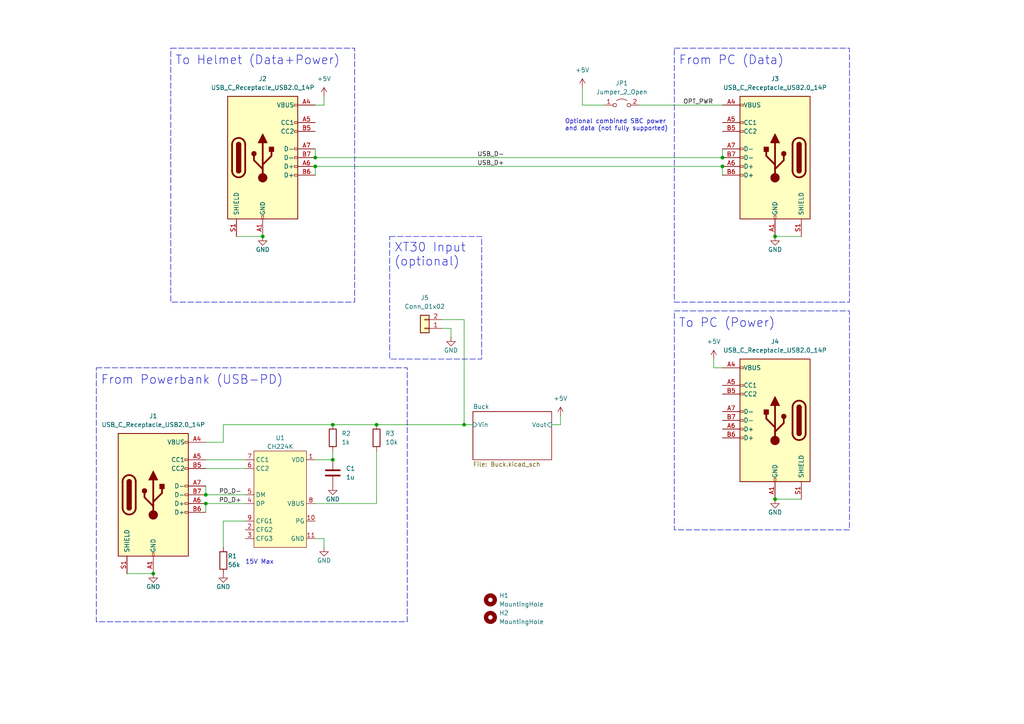
<source format=kicad_sch>
(kicad_sch (version 20230121) (generator eeschema)
  (paper "A4")
  (lib_symbols
    (symbol "Connector:USB_C_Receptacle_USB2.0_14P" (pin_names (offset 1.016))
      (property "Reference" "J" (at 0 22.225 0))
      (property "Value" "USB_C_Receptacle_USB2.0_14P" (at 0 19.685 0))
      (symbol "USB_C_Receptacle_USB2.0_14P_0_0"
        (rectangle (start -0.254 -17.78) (end 0.254 -16.764))
        (rectangle (start 10.16 -4.826) (end 9.144 -5.334))
        (rectangle (start 10.16 -2.286) (end 9.144 -2.794))
        (rectangle (start 10.16 0.254) (end 9.144 -0.254))
        (rectangle (start 10.16 2.794) (end 9.144 2.286))
        (rectangle (start 10.16 7.874) (end 9.144 7.366))
        (rectangle (start 10.16 10.414) (end 9.144 9.906))
        (rectangle (start 10.16 15.494) (end 9.144 14.986))
      )
      (symbol "USB_C_Receptacle_USB2.0_14P_0_1"
        (rectangle (start -10.16 17.78) (end 10.16 -17.78) (stroke (width 0.254)) (fill (type background)))
        (arc (start -8.89 -3.81) (mid -6.985 -5.7067) (end -5.08 -3.81) (stroke (width 0.508)))
        (arc (start -7.62 -3.81) (mid -6.985 -4.4423) (end -6.35 -3.81) (stroke (width 0.254)))
        (arc (start -7.62 -3.81) (mid -6.985 -4.4423) (end -6.35 -3.81) (stroke (width 0.254)) (fill (type outline)))
        (rectangle (start -7.62 -3.81) (end -6.35 3.81) (stroke (width 0.254)) (fill (type outline)))
        (arc (start -6.35 3.81) (mid -6.985 4.4423) (end -7.62 3.81) (stroke (width 0.254)))
        (arc (start -6.35 3.81) (mid -6.985 4.4423) (end -7.62 3.81) (stroke (width 0.254)) (fill (type outline)))
        (arc (start -5.08 3.81) (mid -6.985 5.7067) (end -8.89 3.81) (stroke (width 0.508)))
        (circle (center -2.54 1.143) (radius 0.635) (stroke (width 0.254)) (fill (type outline)))
        (circle (center 0 -5.842) (radius 1.27) (fill (type outline)))
        (polyline (pts (xy -8.89 -3.81) (xy -8.89 3.81)) (stroke (width 0.508)))
        (polyline (pts (xy -5.08 3.81) (xy -5.08 -3.81)) (stroke (width 0.508)))
        (polyline (pts (xy 0 -5.842) (xy 0 4.318)) (stroke (width 0.508)))
        (polyline (pts (xy 0 -3.302) (xy -2.54 -0.762) (xy -2.54 0.508)) (stroke (width 0.508)))
        (polyline (pts (xy 0 -2.032) (xy 2.54 0.508) (xy 2.54 1.778)) (stroke (width 0.508)))
        (polyline (pts (xy -1.27 4.318) (xy 0 6.858) (xy 1.27 4.318) (xy -1.27 4.318)) (stroke (width 0.254)) (fill (type outline)))
        (rectangle (start 1.905 1.778) (end 3.175 3.048) (stroke (width 0.254)) (fill (type outline)))
      )
      (symbol "USB_C_Receptacle_USB2.0_14P_1_1"
        (pin passive line (at 0 -22.86 90) (length 5.08) (name "GND") (number "A1"))
        (pin passive line (at 0 -22.86 90) (length 5.08) hide (name "GND") (number "A12"))
        (pin passive line (at 15.24 15.24 180) (length 5.08) (name "VBUS") (number "A4"))
        (pin bidirectional line (at 15.24 10.16 180) (length 5.08) (name "CC1") (number "A5"))
        (pin bidirectional line (at 15.24 -2.54 180) (length 5.08) (name "D+") (number "A6"))
        (pin bidirectional line (at 15.24 2.54 180) (length 5.08) (name "D-") (number "A7"))
        (pin passive line (at 15.24 15.24 180) (length 5.08) hide (name "VBUS") (number "A9"))
        (pin passive line (at 0 -22.86 90) (length 5.08) hide (name "GND") (number "B1"))
        (pin passive line (at 0 -22.86 90) (length 5.08) hide (name "GND") (number "B12"))
        (pin passive line (at 15.24 15.24 180) (length 5.08) hide (name "VBUS") (number "B4"))
        (pin bidirectional line (at 15.24 7.62 180) (length 5.08) (name "CC2") (number "B5"))
        (pin bidirectional line (at 15.24 -5.08 180) (length 5.08) (name "D+") (number "B6"))
        (pin bidirectional line (at 15.24 0 180) (length 5.08) (name "D-") (number "B7"))
        (pin passive line (at 15.24 15.24 180) (length 5.08) hide (name "VBUS") (number "B9"))
        (pin passive line (at -7.62 -22.86 90) (length 5.08) (name "SHIELD") (number "S1"))
      )
    )
    (symbol "Connector_Generic:Conn_01x02" (pin_names (offset 1.016) hide)
      (property "Reference" "J" (at 0 2.54 0))
      (property "Value" "Conn_01x02" (at 0 -5.08 0))
      (symbol "Conn_01x02_1_1"
        (rectangle (start -1.27 -2.413) (end 0 -2.667) (stroke (width 0.1524)))
        (rectangle (start -1.27 0.127) (end 0 -0.127) (stroke (width 0.1524)))
        (rectangle (start -1.27 1.27) (end 1.27 -3.81) (stroke (width 0.254)) (fill (type background)))
        (pin passive line (at -5.08 0 0) (length 3.81) (name "Pin_1") (number "1"))
        (pin passive line (at -5.08 -2.54 0) (length 3.81) (name "Pin_2") (number "2"))
      )
    )
    (symbol "Device:C" (pin_numbers hide) (pin_names (offset 0.254))
      (property "Reference" "C" (at 0.635 2.54 0))
      (property "Value" "C" (at 0.635 -2.54 0))
      (symbol "C_0_1"
        (polyline (pts (xy -2.032 -0.762) (xy 2.032 -0.762)) (stroke (width 0.508)))
        (polyline (pts (xy -2.032 0.762) (xy 2.032 0.762)) (stroke (width 0.508)))
      )
      (symbol "C_1_1"
        (pin passive line (at 0 3.81 270) (length 2.794) (name "~") (number "1"))
        (pin passive line (at 0 -3.81 90) (length 2.794) (name "~") (number "2"))
      )
    )
    (symbol "Device:R" (pin_numbers hide) (pin_names (offset 0))
      (property "Reference" "R" (at 2.032 0 90))
      (property "Value" "R" (at 0 0 90))
      (symbol "R_0_1"
        (rectangle (start -1.016 -2.54) (end 1.016 2.54) (stroke (width 0.254)))
      )
      (symbol "R_1_1"
        (pin passive line (at 0 3.81 270) (length 1.27) (name "~") (number "1"))
        (pin passive line (at 0 -3.81 90) (length 1.27) (name "~") (number "2"))
      )
    )
    (symbol "Jumper:Jumper_2_Open" (pin_names (offset 0) hide)
      (property "Reference" "JP" (at 0 2.794 0))
      (property "Value" "Jumper_2_Open" (at 0 -2.286 0))
      (symbol "Jumper_2_Open_0_0"
        (circle (center -2.032 0) (radius 0.508))
        (circle (center 2.032 0) (radius 0.508))
      )
      (symbol "Jumper_2_Open_0_1"
        (arc (start 1.524 1.27) (mid 0 1.778) (end -1.524 1.27))
      )
      (symbol "Jumper_2_Open_1_1"
        (pin passive line (at -5.08 0 0) (length 2.54) (name "A") (number "1"))
        (pin passive line (at 5.08 0 180) (length 2.54) (name "B") (number "2"))
      )
    )
    (symbol "Mechanical:MountingHole" (pin_names (offset 1.016))
      (property "Reference" "H" (at 0 5.08 0))
      (property "Value" "MountingHole" (at 0 3.175 0))
      (symbol "MountingHole_0_1"
        (circle (center 0 0) (radius 1.27) (stroke (width 1.27)))
      )
    )
    (symbol "Project:CH224K"
      (property "Reference" "U" (at 0 15.24 0))
      (property "Value" "CH224K" (at 0 -16.51 0))
      (symbol "CH224K_0_1"
        (rectangle (start -7.62 12.7) (end 7.62 -15.24) (fill (type background)))
        (pin unspecified line (at 10.16 10.16 180) (length 2.54) (name "VDD") (number "1"))
        (pin unspecified line (at 10.16 -7.62 180) (length 2.54) (name "PG") (number "10"))
        (pin unspecified line (at 10.16 -12.7 180) (length 2.54) (name "GND") (number "11"))
        (pin unspecified line (at -10.16 -10.16 0) (length 2.54) (name "CFG2") (number "2"))
        (pin unspecified line (at -10.16 -12.7 0) (length 2.54) (name "CFG3") (number "3"))
        (pin unspecified line (at -10.16 -2.54 0) (length 2.54) (name "DP") (number "4"))
        (pin unspecified line (at -10.16 0 0) (length 2.54) (name "DM") (number "5"))
        (pin unspecified line (at -10.16 7.62 0) (length 2.54) (name "CC2") (number "6"))
        (pin unspecified line (at -10.16 10.16 0) (length 2.54) (name "CC1") (number "7"))
        (pin unspecified line (at 10.16 -2.54 180) (length 2.54) (name "VBUS") (number "8"))
        (pin unspecified line (at -10.16 -7.62 0) (length 2.54) (name "CFG1") (number "9"))
      )
    )
    (symbol "power:+5V" (power) (pin_names (offset 0))
      (property "Value" "+5V" (at 0 3.556 0))
      (symbol "+5V_0_1"
        (polyline (pts (xy -0.762 1.27) (xy 0 2.54)))
        (polyline (pts (xy 0 0) (xy 0 2.54)))
        (polyline (pts (xy 0 2.54) (xy 0.762 1.27)))
      )
      (symbol "+5V_1_1"
        (pin power_in line (at 0 0 90) (length 0) hide (name "+5V") (number "1"))
      )
    )
    (symbol "power:GND" (power) (pin_names (offset 0))
      (property "Value" "GND" (at 0 -3.81 0))
      (symbol "GND_0_1"
        (polyline (pts (xy 0 0) (xy 0 -1.27) (xy 1.27 -1.27) (xy 0 -2.54) (xy -1.27 -1.27) (xy 0 -1.27)))
      )
      (symbol "GND_1_1"
        (pin power_in line (at 0 0 270) (length 0) hide (name "GND") (number "1"))
      )
    )
  )
  (junction (at 209.55 48.26))
  (junction (at 59.69 146.05))
  (junction (at 59.69 143.51))
  (junction (at 76.2 68.58))
  (junction (at 224.79 144.78))
  (junction (at 134.62 123.19))
  (junction (at 44.45 166.37))
  (junction (at 91.44 48.26))
  (junction (at 96.52 123.19))
  (junction (at 209.55 45.72))
  (junction (at 109.22 123.19))
  (junction (at 96.52 133.35))
  (junction (at 91.44 45.72))
  (junction (at 224.79 68.58))
  (wire (pts (xy 130.81 97.79) (xy 130.81 95.25)))
  (wire (pts (xy 93.98 158.75) (xy 93.98 156.21)))
  (wire (pts (xy 109.22 146.05) (xy 91.44 146.05)))
  (wire (pts (xy 93.98 156.21) (xy 91.44 156.21)))
  (wire (pts (xy 207.01 104.14) (xy 207.01 106.68)))
  (wire (pts (xy 91.44 133.35) (xy 96.52 133.35)))
  (wire (pts (xy 64.77 128.27) (xy 64.77 123.19)))
  (wire (pts (xy 232.41 144.78) (xy 224.79 144.78)))
  (wire (pts (xy 96.52 130.81) (xy 96.52 133.35)))
  (wire (pts (xy 162.56 120.65) (xy 162.56 123.19)))
  (wire (pts (xy 36.83 166.37) (xy 44.45 166.37)))
  (wire (pts (xy 91.44 48.26) (xy 209.55 48.26)))
  (wire (pts (xy 168.91 30.48) (xy 175.26 30.48)))
  (wire (pts (xy 59.69 135.89) (xy 71.12 135.89)))
  (wire (pts (xy 59.69 140.97) (xy 59.69 143.51)))
  (wire (pts (xy 59.69 146.05) (xy 59.69 148.59)))
  (wire (pts (xy 91.44 45.72) (xy 209.55 45.72)))
  (wire (pts (xy 64.77 123.19) (xy 96.52 123.19)))
  (wire (pts (xy 209.55 48.26) (xy 209.55 50.8)))
  (wire (pts (xy 109.22 123.19) (xy 134.62 123.19)))
  (wire (pts (xy 128.27 92.71) (xy 134.62 92.71)))
  (wire (pts (xy 59.69 133.35) (xy 71.12 133.35)))
  (wire (pts (xy 109.22 130.81) (xy 109.22 146.05)))
  (wire (pts (xy 232.41 68.58) (xy 224.79 68.58)))
  (wire (pts (xy 134.62 123.19) (xy 137.16 123.19)))
  (wire (pts (xy 207.01 106.68) (xy 209.55 106.68)))
  (wire (pts (xy 168.91 25.4) (xy 168.91 30.48)))
  (wire (pts (xy 71.12 151.13) (xy 64.77 151.13)))
  (wire (pts (xy 160.02 123.19) (xy 162.56 123.19)))
  (wire (pts (xy 93.98 30.48) (xy 91.44 30.48)))
  (wire (pts (xy 130.81 95.25) (xy 128.27 95.25)))
  (wire (pts (xy 93.98 27.94) (xy 93.98 30.48)))
  (wire (pts (xy 209.55 43.18) (xy 209.55 45.72)))
  (wire (pts (xy 134.62 92.71) (xy 134.62 123.19)))
  (wire (pts (xy 59.69 143.51) (xy 71.12 143.51)))
  (wire (pts (xy 96.52 123.19) (xy 109.22 123.19)))
  (wire (pts (xy 64.77 151.13) (xy 64.77 158.75)))
  (wire (pts (xy 185.42 30.48) (xy 209.55 30.48)))
  (wire (pts (xy 68.58 68.58) (xy 76.2 68.58)))
  (wire (pts (xy 91.44 48.26) (xy 91.44 50.8)))
  (wire (pts (xy 59.69 146.05) (xy 71.12 146.05)))
  (wire (pts (xy 91.44 43.18) (xy 91.44 45.72)))
  (wire (pts (xy 59.69 128.27) (xy 64.77 128.27)))
  (rectangle (start 49.53 13.97) (end 102.87 87.63) (stroke (width 0) (type dash)))
  (rectangle (start 113.03 68.58) (end 139.7 104.14) (stroke (width 0) (type dash)))
  (rectangle (start 27.94 106.68) (end 118.11 180.34) (stroke (width 0) (type dash)))
  (rectangle (start 195.58 13.97) (end 246.38 87.63) (stroke (width 0) (type dash)))
  (rectangle (start 195.58 90.17) (end 246.38 153.67) (stroke (width 0) (type dash)))
  (text "To Helmet (Data+Power)" (at 50.8 19.05 0) (effects (font (size 2.54 2.54)) (justify left bottom)))
  (text "From PC (Data)" (at 196.85 19.05 0) (effects (font (size 2.54 2.54)) (justify left bottom)))
  (text "Optional combined SBC power\nand data (not fully supported)" (at 163.83 38.1 0) (effects (font (size 1.27 1.27)) (justify left bottom)))
  (text "15V Max" (at 71.12 163.83 0) (effects (font (size 1.27 1.27)) (justify left bottom)))
  (text "From Powerbank (USB-PD)" (at 29.21 111.76 0) (effects (font (size 2.54 2.54)) (justify left bottom)))
  (text "To PC (Power)" (at 196.85 95.25 0) (effects (font (size 2.54 2.54)) (justify left bottom)))
  (text "XT30 Input\n(optional)" (at 114.3 77.47 0) (effects (font (size 2.54 2.54)) (justify left bottom)))
  (label "USB_D-" (at 138.43 45.72 0))
  (label "PD_D+" (at 63.5 146.05 0))
  (label "USB_D+" (at 138.43 48.26 0))
  (label "PD_D-" (at 63.5 143.51 0))
  (label "OPT_PWR" (at 198.12 30.48 0))
  (symbol (lib_id "Connector:USB_C_Receptacle_USB2.0_14P") (at 224.79 45.72 0) (mirror y) (unit 1)
    (property "Reference" "J3" (at 224.79 22.86 0))
    (property "Value" "USB_C_Receptacle_USB2.0_14P" (at 224.79 25.4 0))
    (property "Footprint" "Connector_USB:USB_C_Receptacle_GCT_USB4105-xx-A_16P_TopMnt_Horizontal" (effects hide))
    (property "Datasheet" "https://www.usb.org/sites/default/files/documents/usb_type-c.zip" (effects hide))
  )
  (symbol (lib_id "Connector:USB_C_Receptacle_USB2.0_14P") (at 44.45 143.51 0) (unit 1)
    (property "Reference" "J1" (at 44.45 120.65 0))
    (property "Value" "USB_C_Receptacle_USB2.0_14P" (at 44.45 123.19 0))
    (property "Footprint" "Connector_USB:USB_C_Receptacle_GCT_USB4105-xx-A_16P_TopMnt_Horizontal" (effects hide))
    (property "Datasheet" "https://www.usb.org/sites/default/files/documents/usb_type-c.zip" (effects hide))
  )
  (symbol (lib_id "Device:R") (at 64.77 162.56 0) (unit 1)
    (property "Reference" "R1" (at 66.04 161.29 0) (effects (justify left)))
    (property "Value" "56k" (at 66.04 163.83 0) (effects (justify left)))
    (property "Footprint" "Resistor_SMD:R_0603_1608Metric" (effects hide))
    (property "LCSC" "C23206" (effects hide))
  )
  (symbol (lib_id "Device:R") (at 109.22 127 0) (unit 1)
    (property "Reference" "R3" (at 111.76 125.73 0) (effects (justify left)))
    (property "Value" "10k" (at 111.76 128.27 0) (effects (justify left)))
    (property "Footprint" "Resistor_SMD:R_0603_1608Metric" (effects hide))
    (property "LCSC" "C25804" (effects hide))
  )
  (symbol (lib_id "power:GND") (at 64.77 166.37 0) (unit 1)
    (property "Reference" "#PWR01" (effects hide))
    (property "Value" "GND" (at 64.77 170.18 0))
  )
  (symbol (lib_id "power:GND") (at 96.52 140.97 0) (unit 1)
    (property "Reference" "#PWR05" (effects hide))
    (property "Value" "GND" (at 96.52 144.78 0))
  )
  (symbol (lib_id "Jumper:Jumper_2_Open") (at 180.34 30.48 0) (unit 1)
    (property "Reference" "JP1" (at 180.34 24.13 0))
    (property "Value" "Jumper_2_Open" (at 180.34 26.67 0))
    (property "Footprint" "Jumper:SolderJumper-2_P1.3mm_Open_Pad1.0x1.5mm" (effects hide))
  )
  (symbol (lib_id "power:+5V") (at 93.98 27.94 0) (unit 1)
    (property "Reference" "#PWR03" (effects hide))
    (property "Value" "+5V" (at 93.98 22.86 0))
  )
  (symbol (lib_id "Project:CH224K") (at 81.28 143.51 0) (unit 1)
    (property "Reference" "U1" (at 81.28 127 0))
    (property "Value" "CH224K" (at 81.28 129.54 0))
    (property "Footprint" "Project:ESSOP-10_L4.9-W3.9-P1.0-LS6.0-TL-EP" (effects hide))
    (property "LCSC Part" "C970725" (effects hide))
    (property "LCSC" "C970725" (effects hide))
  )
  (symbol (lib_id "power:GND") (at 224.79 68.58 0) (mirror y) (unit 1)
    (property "Reference" "#PWR09" (effects hide))
    (property "Value" "GND" (at 224.79 72.39 0))
  )
  (symbol (lib_id "Connector:USB_C_Receptacle_USB2.0_14P") (at 224.79 121.92 0) (mirror y) (unit 1)
    (property "Reference" "J4" (at 224.79 99.06 0))
    (property "Value" "USB_C_Receptacle_USB2.0_14P" (at 224.79 101.6 0))
    (property "Footprint" "Connector_USB:USB_C_Receptacle_GCT_USB4105-xx-A_16P_TopMnt_Horizontal" (effects hide))
    (property "Datasheet" "https://www.usb.org/sites/default/files/documents/usb_type-c.zip" (effects hide))
  )
  (symbol (lib_id "Mechanical:MountingHole") (at 142.24 173.99 0) (unit 1)
    (property "Reference" "H1" (at 144.78 172.72 0) (effects (justify left)))
    (property "Value" "MountingHole" (at 144.78 175.26 0) (effects (justify left)))
    (property "Footprint" "MountingHole:MountingHole_3.2mm_M3" (effects hide))
  )
  (symbol (lib_id "Device:C") (at 96.52 137.16 0) (unit 1)
    (property "Reference" "C1" (at 100.33 135.89 0) (effects (justify left)))
    (property "Value" "1u" (at 100.33 138.43 0) (effects (justify left)))
    (property "Footprint" "Capacitor_SMD:C_0603_1608Metric" (effects hide))
    (property "LCSC" "C15849" (effects hide))
  )
  (symbol (lib_id "Mechanical:MountingHole") (at 142.24 179.07 0) (unit 1)
    (property "Reference" "H2" (at 144.78 177.8 0) (effects (justify left)))
    (property "Value" "MountingHole" (at 144.78 180.34 0) (effects (justify left)))
    (property "Footprint" "MountingHole:MountingHole_3.2mm_M3" (effects hide))
  )
  (symbol (lib_id "Device:R") (at 96.52 127 0) (unit 1)
    (property "Reference" "R2" (at 99.06 125.73 0) (effects (justify left)))
    (property "Value" "1k" (at 99.06 128.27 0) (effects (justify left)))
    (property "Footprint" "Resistor_SMD:R_0603_1608Metric" (effects hide))
    (property "LCSC" "C21190" (effects hide))
  )
  (symbol (lib_id "power:GND") (at 130.81 97.79 0) (unit 1)
    (property "Reference" "#PWR017" (effects hide))
    (property "Value" "GND" (at 130.81 101.6 0))
  )
  (symbol (lib_id "power:GND") (at 44.45 166.37 0) (unit 1)
    (property "Reference" "#PWR07" (effects hide))
    (property "Value" "GND" (at 44.45 170.18 0))
  )
  (symbol (lib_id "power:GND") (at 224.79 144.78 0) (mirror y) (unit 1)
    (property "Reference" "#PWR010" (effects hide))
    (property "Value" "GND" (at 224.79 148.59 0))
  )
  (symbol (lib_id "Connector:USB_C_Receptacle_USB2.0_14P") (at 76.2 45.72 0) (unit 1)
    (property "Reference" "J2" (at 76.2 22.86 0))
    (property "Value" "USB_C_Receptacle_USB2.0_14P" (at 76.2 25.4 0))
    (property "Footprint" "Connector_USB:USB_C_Receptacle_GCT_USB4105-xx-A_16P_TopMnt_Horizontal" (effects hide))
    (property "Datasheet" "https://www.usb.org/sites/default/files/documents/usb_type-c.zip" (effects hide))
  )
  (symbol (lib_id "power:+5V") (at 207.01 104.14 0) (mirror y) (unit 1)
    (property "Reference" "#PWR08" (effects hide))
    (property "Value" "+5V" (at 207.01 99.06 0))
  )
  (symbol (lib_id "power:+5V") (at 162.56 120.65 0) (unit 1)
    (property "Reference" "#PWR06" (effects hide))
    (property "Value" "+5V" (at 162.56 115.57 0))
  )
  (symbol (lib_id "power:GND") (at 93.98 158.75 0) (unit 1)
    (property "Reference" "#PWR04" (effects hide))
    (property "Value" "GND" (at 93.98 162.56 0))
  )
  (symbol (lib_id "power:GND") (at 76.2 68.58 0) (unit 1)
    (property "Reference" "#PWR02" (effects hide))
    (property "Value" "GND" (at 76.2 72.39 0))
  )
  (symbol (lib_id "Connector_Generic:Conn_01x02") (at 123.19 95.25 180) (unit 1)
    (property "Reference" "J5" (at 123.19 86.36 0))
    (property "Value" "Conn_01x02" (at 123.19 88.9 0))
    (property "Footprint" "Connector_AMASS:AMASS_XT30U-F_1x02_P5.0mm_Vertical" (effects hide))
  )
  (symbol (lib_id "power:+5V") (at 168.91 25.4 0) (unit 1)
    (property "Reference" "#PWR016" (effects hide))
    (property "Value" "+5V" (at 168.91 20.32 0))
  )
  (sheet (at 137.16 119.38) (size 22.86 13.97) (stroke (width 0.1524))
    (property "Sheetname" "Buck" (at 137.16 118.6684 0) (effects (justify left bottom)))
    (property "Sheetfile" "Buck.kicad_sch" (at 137.16 133.9346 0) (effects (justify left top)))
    (pin "Vin" input (at 137.16 123.19 180))
    (pin "Vout" input (at 160.02 123.19 0))
  )
)
</source>
